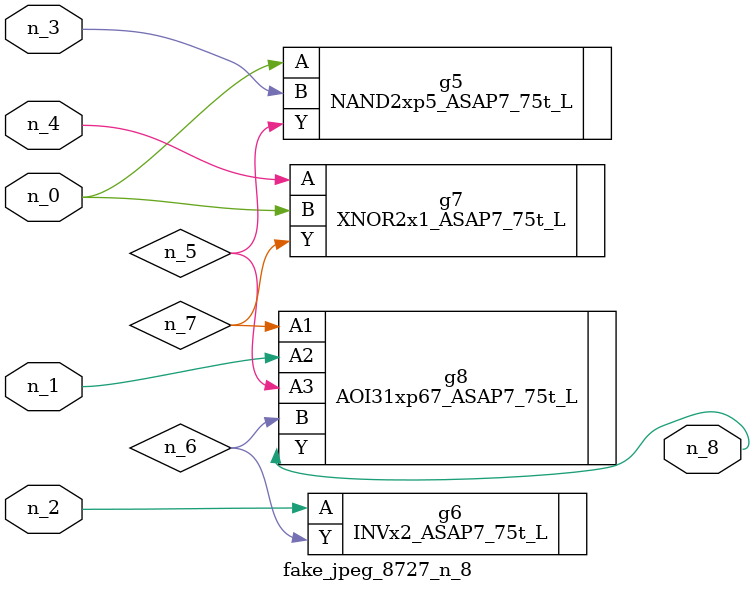
<source format=v>
module fake_jpeg_8727_n_8 (n_3, n_2, n_1, n_0, n_4, n_8);

input n_3;
input n_2;
input n_1;
input n_0;
input n_4;

output n_8;

wire n_6;
wire n_5;
wire n_7;

NAND2xp5_ASAP7_75t_L g5 ( 
.A(n_0),
.B(n_3),
.Y(n_5)
);

INVx2_ASAP7_75t_L g6 ( 
.A(n_2),
.Y(n_6)
);

XNOR2x1_ASAP7_75t_L g7 ( 
.A(n_4),
.B(n_0),
.Y(n_7)
);

AOI31xp67_ASAP7_75t_L g8 ( 
.A1(n_7),
.A2(n_1),
.A3(n_5),
.B(n_6),
.Y(n_8)
);


endmodule
</source>
